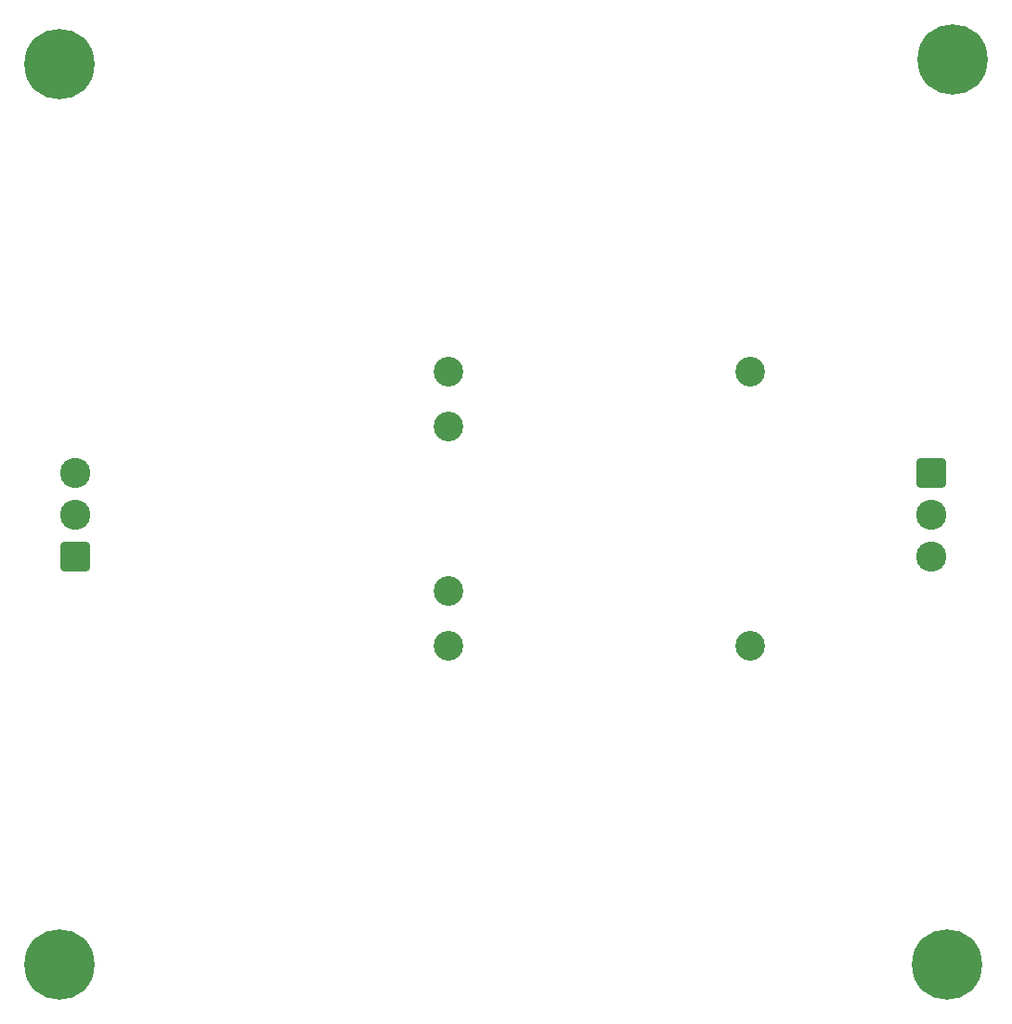
<source format=gbs>
%FSLAX23Y23*%
%MOMM*%
%SFA1B1*%

%IPPOS*%
%AMD42*
4,1,8,-0.952500,-1.371600,0.952500,-1.371600,1.371600,-0.952500,1.371600,0.952500,0.952500,1.371600,-0.952500,1.371600,-1.371600,0.952500,-1.371600,-0.952500,-0.952500,-1.371600,0.0*
1,1,0.838000,-0.952500,-0.952500*
1,1,0.838000,0.952500,-0.952500*
1,1,0.838000,0.952500,0.952500*
1,1,0.838000,-0.952500,0.952500*
%
%ADD40C,6.402987*%
%ADD41C,2.702995*%
G04~CAMADD=42~8~0.0~0.0~1079.9~1079.9~165.0~0.0~15~0.0~0.0~0.0~0.0~0~0.0~0.0~0.0~0.0~0~0.0~0.0~0.0~180.0~1080.0~1080.0*
%ADD42D42*%
%ADD43C,2.742995*%
%LNanalogpsu-1*%
%LPD*%
G54D40*
X6999Y88499D03*
Y6499D03*
X87999D03*
X88499Y88999D03*
G54D41*
X42499Y40499D03*
Y55499D03*
Y60499D03*
X69999D03*
X42499Y35499D03*
X69999D03*
G54D42*
X86499Y51309D03*
X8499Y43689D03*
G54D43*
X86499Y47499D03*
Y43689D03*
X8499Y47499D03*
Y51309D03*
M02*
</source>
